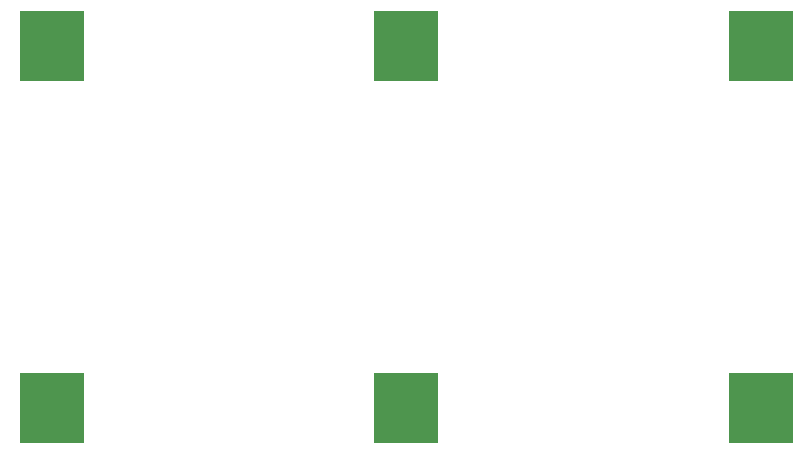
<source format=gbr>
G04 #@! TF.GenerationSoftware,KiCad,Pcbnew,(5.1.5)-3*
G04 #@! TF.CreationDate,2021-03-30T01:03:12+08:00*
G04 #@! TF.ProjectId,panelize,70616e65-6c69-47a6-952e-6b696361645f,1.1.0*
G04 #@! TF.SameCoordinates,Original*
G04 #@! TF.FileFunction,Paste,Bot*
G04 #@! TF.FilePolarity,Positive*
%FSLAX46Y46*%
G04 Gerber Fmt 4.6, Leading zero omitted, Abs format (unit mm)*
G04 Created by KiCad (PCBNEW (5.1.5)-3) date 2021-03-30 01:03:12*
%MOMM*%
%LPD*%
G04 APERTURE LIST*
%ADD10R,5.499999X6.000001*%
G04 APERTURE END LIST*
D10*
X141930000Y-54580000D03*
X141930000Y-23980000D03*
X171900000Y-54600000D03*
X171900000Y-24000000D03*
X201950000Y-54600000D03*
X201950000Y-24000000D03*
M02*

</source>
